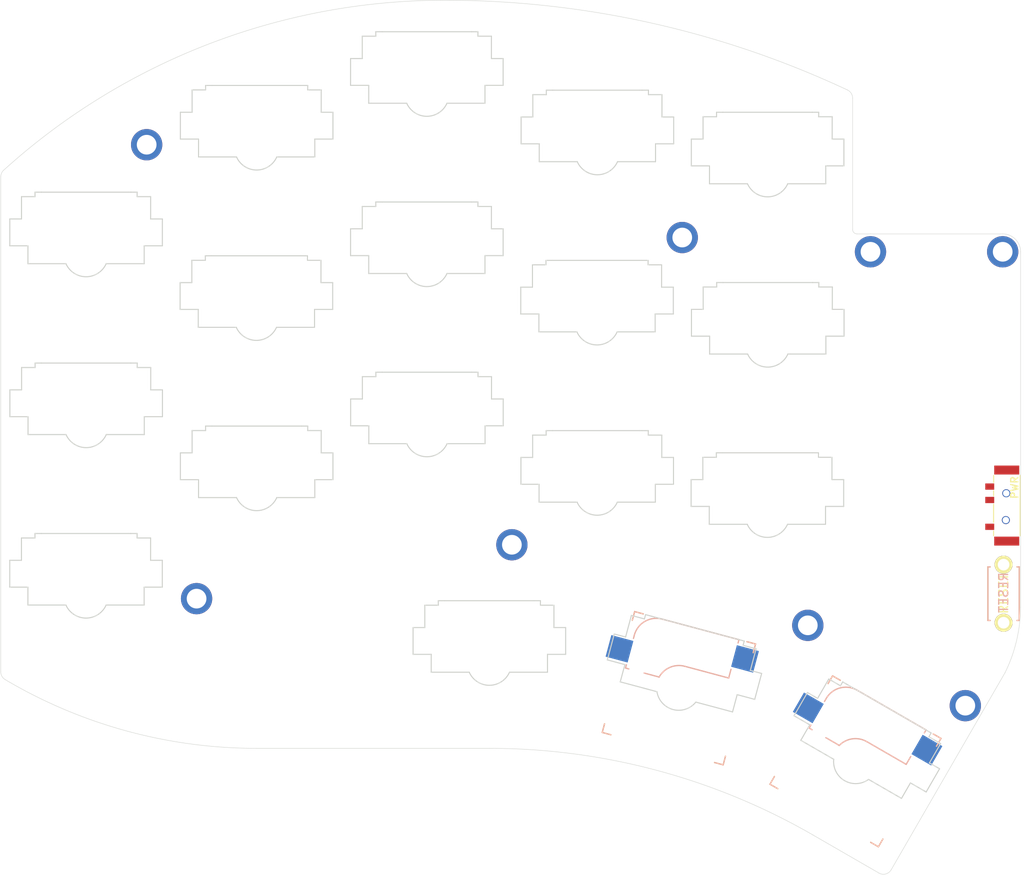
<source format=kicad_pcb>
(kicad_pcb (version 20211014) (generator pcbnew)
  (layers (0 "F.Cu" signal) (31 "B.Cu" signal) (34 "B.Paste" user) (35 "F.Paste" user) (36 "B.SilkS" user "B.Silkscreen") (37 "F.SilkS" user "F.Silkscreen") (38 "B.Mask" user) (39 "F.Mask" user) (44 "Edge.Cuts" user))
  (net 0 "")
  (footprint "swoop:M2_hole_3.5mm" (layer "F.Cu") (at 190.750067 77.480037)
    (fp_text reference "Ref**" hide)
    (fp_text value "Val**" hide)
    (pad "" thru_hole circle (at 0 0) (size 3.5 3.5) (drill 2.2) (layers F&B.Cu *.Mask))
  )
  (footprint "" (layer "F.Cu") (at 95.03 65.5)
    (fp_text reference "" (at 0 0) (layer "F.SilkS") (effects (font (size 1.27 1.27))))
    (fp_text value "" (at 0 0) (layer "F.SilkS") (effects (font (size 1.27 1.27))))
    (pad "" thru_hole circle (at 0 0) (size 3.5 3.5) (drill 2.2) (layers F&B.Cu *.Mask))
  )
  (footprint "swoop:MX_socket_reversible" (layer "F.Cu") (at 126.35 97.93)
    (fp_text reference "SW1" hide)
    (fp_text value "MX" hide)
    (fp_line (start -5.69 -6.48) (end -5.69 -6.98) (layer "Edge.Cuts") (width 0.12))
    (fp_line (start 7.24 -3.98) (end 8.55 -3.98) (layer "Edge.Cuts") (width 0.12))
    (fp_line (start -7.2 -3.98) (end -7.2 -6.48) (layer "Edge.Cuts") (width 0.12))
    (fp_line (start -6.48 1.02) (end -2.23 1.02) (layer "Edge.Cuts") (width 0.12))
    (fp_line (start 6.52 1.02) (end 6.52 -0.98) (layer "Edge.Cuts") (width 0.12))
    (fp_line (start 7.24 -6.48) (end 5.73 -6.48) (layer "Edge.Cuts") (width 0.12))
    (fp_line (start -5.69 -6.98) (end -4.98 -6.98) (layer "Edge.Cuts") (width 0.12))
    (fp_line (start -4.98 -6.98) (end 5.02 -6.98) (layer "Edge.Cuts") (width 0.12))
    (fp_line (start -8.51 -3.98) (end -8.51 -0.98) (layer "Edge.Cuts") (width 0.12))
    (fp_line (start 8.55 -3.98) (end 8.55 -0.98) (layer "Edge.Cuts") (width 0.12))
    (fp_line (start 7.24 -3.98) (end 7.24 -6.48) (layer "Edge.Cuts") (width 0.12))
    (fp_line (start 5.73 -6.98) (end 5.02 -6.98) (layer "Edge.Cuts") (width 0.12))
    (fp_line (start -8.51 -0.98) (end -6.48 -0.98) (layer "Edge.Cuts") (width 0.12))
    (fp_line (start -7.2 -3.98) (end -8.51 -3.98) (layer "Edge.Cuts") (width 0.12))
    (fp_line (start -7.2 -6.48) (end -5.69 -6.48) (layer "Edge.Cuts") (width 0.12))
    (fp_line (start 2.27 1.02) (end 6.52 1.02) (layer "Edge.Cuts") (width 0.12))
    (fp_line (start -6.48 -0.98) (end -6.48 1.02) (layer "Edge.Cuts") (width 0.12))
    (fp_line (start 8.55 -0.98) (end 6.52 -0.98) (layer "Edge.Cuts") (width 0.12))
    (fp_line (start 5.73 -6.48) (end 5.73 -6.98) (layer "Edge.Cuts") (width 0.12))
    (fp_arc (start 2.27 1.02) (mid 0.02 2.482214) (end -2.23 1.02) (layer "Edge.Cuts") (width 0.12))
  )
  (footprint "swoop:MX_socket_reversible" (layer "F.Cu") (at 88.23 115.98)
    (fp_text reference "SW1" hide)
    (fp_text value "MX" hide)
    (fp_line (start 5.73 -6.98) (end 5.02 -6.98) (layer "Edge.Cuts") (width 0.12))
    (fp_line (start 6.52 1.02) (end 6.52 -0.98) (layer "Edge.Cuts") (width 0.12))
    (fp_line (start -4.98 -6.98) (end 5.02 -6.98) (layer "Edge.Cuts") (width 0.12))
    (fp_line (start 8.55 -0.98) (end 6.52 -0.98) (layer "Edge.Cuts") (width 0.12))
    (fp_line (start -8.51 -0.98) (end -6.48 -0.98) (layer "Edge.Cuts") (width 0.12))
    (fp_line (start -5.69 -6.48) (end -5.69 -6.98) (layer "Edge.Cuts") (width 0.12))
    (fp_line (start -8.51 -3.98) (end -8.51 -0.98) (layer "Edge.Cuts") (width 0.12))
    (fp_line (start 7.24 -3.98) (end 8.55 -3.98) (layer "Edge.Cuts") (width 0.12))
    (fp_line (start 5.73 -6.48) (end 5.73 -6.98) (layer "Edge.Cuts") (width 0.12))
    (fp_line (start -7.2 -3.98) (end -8.51 -3.98) (layer "Edge.Cuts") (width 0.12))
    (fp_line (start 2.27 1.02) (end 6.52 1.02) (layer "Edge.Cuts") (width 0.12))
    (fp_line (start -6.48 1.02) (end -2.23 1.02) (layer "Edge.Cuts") (width 0.12))
    (fp_line (start -6.48 -0.98) (end -6.48 1.02) (layer "Edge.Cuts") (width 0.12))
    (fp_line (start 8.55 -3.98) (end 8.55 -0.98) (layer "Edge.Cuts") (width 0.12))
    (fp_line (start -5.69 -6.98) (end -4.98 -6.98) (layer "Edge.Cuts") (width 0.12))
    (fp_line (start -7.2 -3.98) (end -7.2 -6.48) (layer "Edge.Cuts") (width 0.12))
    (fp_line (start 7.24 -6.48) (end 5.73 -6.48) (layer "Edge.Cuts") (width 0.12))
    (fp_line (start -7.2 -6.48) (end -5.69 -6.48) (layer "Edge.Cuts") (width 0.12))
    (fp_line (start 7.24 -3.98) (end 7.24 -6.48) (layer "Edge.Cuts") (width 0.12))
    (fp_arc (start 2.27 1.02) (mid 0.02 2.482214) (end -2.23 1.02) (layer "Edge.Cuts") (width 0.12))
  )
  (footprint "" (layer "F.Cu") (at 154.919293 75.884959)
    (fp_text reference "" (at 0 0) (layer "F.SilkS") (effects (font (size 1.27 1.27))))
    (fp_text value "" (at 0 0) (layer "F.SilkS") (effects (font (size 1.27 1.27))))
    (pad "" thru_hole circle (at 0 0) (size 3.5 3.5) (drill 2.2) (layers F&B.Cu *.Mask))
  )
  (footprint "kbd:ResetSW" (layer "F.Cu") (at 190.849091 115.733213 90)
    (fp_text reference "RSW1" hide)
    (fp_text value "SW_PUSH" hide)
    (fp_text user "RESET" (at 0.127 0 90) (layer "B.SilkS") (effects (justify mirror)))
    (fp_text user "RESET" (at 0 0 90) (layer "F.SilkS"))
    (fp_line (start -3 -1.5) (end -3 -1.75) (layer "B.SilkS") (width 0.15))
    (fp_line (start 3 1.75) (end -3 1.75) (layer "B.SilkS") (width 0.15))
    (fp_line (start -3 -1.75) (end 3 -1.75) (layer "B.SilkS") (width 0.15))
    (fp_line (start 3 -1.75) (end 3 -1.5) (layer "B.SilkS") (width 0.15))
    (fp_line (start -3 1.75) (end -3 1.5) (layer "B.SilkS") (width 0.15))
    (fp_line (start 3 1.5) (end 3 1.75) (layer "B.SilkS") (width 0.15))
    (fp_line (start 3 1.75) (end 3 1.5) (layer "F.SilkS") (width 0.15))
    (fp_line (start 3 -1.75) (end 3 -1.5) (layer "F.SilkS") (width 0.15))
    (fp_line (start -3 1.75) (end 3 1.75) (layer "F.SilkS") (width 0.15))
    (fp_line (start -3 -1.75) (end -3 -1.5) (layer "F.SilkS") (width 0.15))
    (fp_line (start -3 1.75) (end -3 1.5) (layer "F.SilkS") (width 0.15))
    (fp_line (start -3 -1.75) (end 3 -1.75) (layer "F.SilkS") (width 0.15))
    (pad "1" thru_hole circle locked (at 3.25 0 90) (size 2 2) (drill 1.3) (layers F&B.Cu *.Mask "F.SilkS"))
    (pad "2" thru_hole circle locked (at -3.25 0 90) (size 2 2) (drill 1.3) (layers F&B.Cu *.Mask "F.SilkS"))
  )
  (footprint "swoop:MX_socket_reversible" (layer "F.Cu") (at 88.244293 96.91045)
    (fp_text reference "SW1" hide)
    (fp_text value "MX" hide)
    (fp_line (start 2.27 1.02) (end 6.52 1.02) (layer "Edge.Cuts") (width 0.12))
    (fp_line (start 7.24 -6.48) (end 5.73 -6.48) (layer "Edge.Cuts") (width 0.12))
    (fp_line (start -6.48 -0.98) (end -6.48 1.02) (layer "Edge.Cuts") (width 0.12))
    (fp_line (start 8.55 -0.98) (end 6.52 -0.98) (layer "Edge.Cuts") (width 0.12))
    (fp_line (start -8.51 -0.98) (end -6.48 -0.98) (layer "Edge.Cuts") (width 0.12))
    (fp_line (start -7.2 -3.98) (end -8.51 -3.98) (layer "Edge.Cuts") (width 0.12))
    (fp_line (start 8.55 -3.98) (end 8.55 -0.98) (layer "Edge.Cuts") (width 0.12))
    (fp_line (start 6.52 1.02) (end 6.52 -0.98) (layer "Edge.Cuts") (width 0.12))
    (fp_line (start 7.24 -3.98) (end 7.24 -6.48) (layer "Edge.Cuts") (width 0.12))
    (fp_line (start -6.48 1.02) (end -2.23 1.02) (layer "Edge.Cuts") (width 0.12))
    (fp_line (start -7.2 -6.48) (end -5.69 -6.48) (layer "Edge.Cuts") (width 0.12))
    (fp_line (start 5.73 -6.48) (end 5.73 -6.98) (layer "Edge.Cuts") (width 0.12))
    (fp_line (start -8.51 -3.98) (end -8.51 -0.98) (layer "Edge.Cuts") (width 0.12))
    (fp_line (start 5.73 -6.98) (end 5.02 -6.98) (layer "Edge.Cuts") (width 0.12))
    (fp_line (start -4.98 -6.98) (end 5.02 -6.98) (layer "Edge.Cuts") (width 0.12))
    (fp_line (start -5.69 -6.48) (end -5.69 -6.98) (layer "Edge.Cuts") (width 0.12))
    (fp_line (start 7.24 -3.98) (end 8.55 -3.98) (layer "Edge.Cuts") (width 0.12))
    (fp_line (start -7.2 -3.98) (end -7.2 -6.48) (layer "Edge.Cuts") (width 0.12))
    (fp_line (start -5.69 -6.98) (end -4.98 -6.98) (layer "Edge.Cuts") (width 0.12))
    (fp_arc (start 2.27 1.02) (mid 0.02 2.482214) (end -2.23 1.02) (layer "Edge.Cuts") (width 0.12))
  )
  (footprint "swoop:MX_socket_reversible" (layer "F.Cu") (at 174.294255 134.480345 -30)
    (fp_text reference "SW18" hide)
    (fp_text value "MX" hide)
    (fp_line (start -7 -6.99) (end -7 -5.99) (layer "B.SilkS") (width 0.15))
    (fp_line (start 7 7.01) (end 6 7.01) (layer "B.SilkS") (width 0.15))
    (fp_line (start 5.08 -2.53) (end 0 -2.53) (layer "B.SilkS") (width 0.15))
    (fp_line (start -7 6.01) (end -7 7.01) (layer "B.SilkS") (width 0.15))
    (fp_line (start 7 7.01) (end 7 6.01) (layer "B.SilkS") (width 0.15))
    (fp_line (start -7 -6.99) (end -6 -6.99) (layer "B.SilkS") (width 0.15))
    (fp_line (start 5.08 -3.546) (end 5.08 -2.53) (layer "B.SilkS") (width 0.15))
    (fp_line (start -3.81 -6.975) (end 5.08 -6.975) (layer "B.SilkS") (width 0.15))
    (fp_line (start 7 -5.99) (end 7 -6.99) (layer "B.SilkS") (width 0.15))
    (fp_line (start -2.464162 -0.625) (end -4.191 -0.625) (layer "B.SilkS") (width 0.15))
    (fp_line (start -6 7.01) (end -7 7.01) (layer "B.SilkS") (width 0.15))
    (fp_line (start -6.35 -1.006) (end -6.35 -0.625) (layer "B.SilkS") (width 0.15))
    (fp_line (start 5.08 -6.975) (end 5.08 -6.594) (layer "B.SilkS") (width 0.15))
    (fp_line (start -6.35 -4.435) (end -6.35 -4.054) (layer "B.SilkS") (width 0.15))
    (fp_line (start -5.969 -0.625) (end -6.35 -0.625) (layer "B.SilkS") (width 0.15))
    (fp_line (start 6 -6.99) (end 7 -6.99) (layer "B.SilkS") (width 0.15))
    (fp_arc (start -2.464162 -0.60604) (mid -1.563147 -1.992042) (end 0 -2.53) (layer "B.SilkS") (width 0.15))
    (fp_arc (start -6.35 -4.435) (mid -5.606051 -6.231051) (end -3.81 -6.975) (layer "B.SilkS") (width 0.15))
    (fp_line (start -7 7.01) (end -6 7.01) (layer "F.SilkS") (width 0.15))
    (fp_line (start 7 -6.99) (end 6 -6.99) (layer "F.SilkS") (width 0.15))
    (fp_line (start -7 -5.99) (end -7 -6.99) (layer "F.SilkS") (width 0.15))
    (fp_line (start 6 7.01) (end 7 7.01) (layer "F.SilkS") (width 0.15))
    (fp_line (start 7 -6.99) (end 7 -5.99) (layer "F.SilkS") (width 0.15))
    (fp_line (start 7 6.01) (end 7 7.01) (layer "F.SilkS") (width 0.15))
    (fp_line (start -6 -6.99) (end -7 -6.99) (layer "F.SilkS") (width 0.15))
    (fp_line (start -7 7.01) (end -7 6.01) (layer "F.SilkS") (width 0.15))
    (fp_line (start -8.5 -3.97) (end -8.5 -0.97) (layer "Edge.Cuts") (width 0.12))
    (fp_line (start -5.68 -6.47) (end -5.68 -6.97) (layer "Edge.Cuts") (width 0.12))
    (fp_line (start 7.25 -6.47) (end 5.74 -6.47) (layer "Edge.Cuts") (width 0.12))
    (fp_line (start -7.19 -3.97) (end -8.5 -3.97) (layer "Edge.Cuts") (width 0.12))
    (fp_line (start 8.56 -0.97) (end 6.53 -0.97) (layer "Edge.Cuts") (width 0.12))
    (fp_line (start -5.68 -6.97) (end -4.97 -6.97) (layer "Edge.Cuts") (width 0.12))
    (fp_line (start 7.25 -3.97) (end 7.25 -6.47) (layer "Edge.Cuts") (width 0.12))
    (fp_line (start 6.53 1.03) (end 6.53 -0.97) (layer "Edge.Cuts") (width 0.12))
    (fp_line (start -7.19 -3.97) (end -7.19 -6.47) (layer "Edge.Cuts") (width 0.12))
    (fp_line (start 5.74 -6.47) (end 5.74 -6.97) (layer "Edge.Cuts") (width 0.12))
    (fp_line (start 7.25 -3.97) (end 8.56 -3.97) (layer "Edge.Cuts") (width 0.12))
    (fp_line (start -6.47 -0.97) (end -6.47 1.03) (layer "Edge.Cuts") (width 0.12))
    (fp_line (start -4.97 -6.97) (end 5.03 -6.97) (layer "Edge.Cuts") (width 0.12))
    (fp_line (start 2.28 1.03) (end 6.53 1.03) (layer "Edge.Cuts") (width 0.12))
    (fp_line (start -8.5 -0.97) (end -6.47 -0.97) (layer "Edge.Cuts") (width 0.12))
    (fp_line (start -6.47 1.03) (end -2.22 1.03) (layer "Edge.Cuts") (width 0.12))
    (fp_line (start 5.74 -6.97) (end 5.03 -6.97) (layer "Edge.Cuts") (width 0.12))
    (fp_line (start 8.56 -3.97) (end 8.56 -0.97) (layer "Edge.Cuts") (width 0.12))
    (fp_line (start -7.19 -6.47) (end -5.68 -6.47) (layer "Edge.Cuts") (width 0.12))
    (fp_arc (start 2.28 1.03) (mid 0.03 2.492214) (end -2.22 1.03) (layer "Edge.Cuts") (width 0.12))
    (pad "1" smd rect (at 6.29 -5.07 330) (size 2.55 2.5) (layers "B.Cu" "B.Paste" "B.Mask"))
    (pad "2" smd rect (at -7.56 -2.53 330) (size 2.55 2.5) (layers "B.Cu" "B.Paste" "B.Mask"))
  )
  (footprint "swoop:M2_hole_3.5mm" (layer "F.Cu") (at 175.968742 77.480492)
    (fp_text reference "Ref**" hide)
    (fp_text value "Val**" hide)
    (pad "" thru_hole circle (at 0 0) (size 3.5 3.5) (drill 2.2) (layers F&B.Cu *.Mask))
  )
  (footprint "swoop:M2_hole_3.5mm" (layer "F.Cu") (at 186.572625 128.261782)
    (fp_text reference "Ref**" hide)
    (fp_text value "Val**" hide)
    (pad "" thru_hole circle (at 0 0) (size 3.5 3.5) (drill 2.2) (layers F&B.Cu *.Mask))
  )
  (footprint "TOTEMlib:MSK12C02" (layer "F.Cu") (at 192.501742 109.748577 180)
    (fp_text reference "PWR" (at 0.42 7.245 90) (layer "F.SilkS") (effects (font (size 0.8 0.8)) (justify right)))
    (fp_text value "SW_SPDT" hide)
    (fp_line (start 2.77 4.96) (end 2.77 5.54) (layer "F.SilkS") (width 0.12))
    (fp_line (start 2.76 6.46) (end 2.76 7.25) (layer "F.SilkS") (width 0.12))
    (fp_line (start 2.77 1.03) (end 2.77 0.5) (layer "F.SilkS") (width 0.12))
    (fp_line (start 2.77 1.99) (end 2.77 4.03) (layer "F.SilkS") (width 0.12))
    (fp_line (start -0.2 7.25) (end -0.2 0.5) (layer "F.SilkS") (width 0.12))
    (pad "" np_thru_hole circle locked (at 1.35 5.25 180) (size 0.9 0.9) (drill 0.7) (layers F&B.Cu *.Mask))
    (pad "" np_thru_hole circle locked (at 1.4 2.25 180) (size 0.9 0.9) (drill 0.7) (layers F&B.Cu *.Mask))
    (pad "1" smd rect locked (at 3.2 1.5 270) (size 0.7 1) (layers "F.Cu" "F.Paste" "F.Mask"))
    (pad "2" smd rect locked (at 3.2 4.5 270) (size 0.7 1) (layers "F.Cu" "F.Paste" "F.Mask"))
    (pad "3" smd rect locked (at 3.2 6 270) (size 0.7 1) (layers "F.Cu" "F.Paste" "F.Mask"))
    (pad "NC" smd rect locked (at 1.3 -0.1 180) (size 2.8 1) (layers "F.Cu" "F.Paste" "F.Mask"))
    (pad "NC" smd rect locked (at 1.3 7.85 180) (size 2.8 1) (layers "F.Cu" "F.Paste" "F.Mask"))
  )
  (footprint "" (layer "F.Cu") (at 135.868786 110.259897)
    (fp_text reference "" (at 0 0) (layer "F.SilkS") (effects (font (size 1.27 1.27))))
    (fp_text value "" (at 0 0) (layer "F.SilkS") (effects (font (size 1.27 1.27))))
    (pad "" thru_hole circle (at 0 0) (size 3.5 3.5) (drill 2.2) (layers F&B.Cu *.Mask))
  )
  (footprint "swoop:MX_socket_reversible" (layer "F.Cu") (at 107.31 103.96)
    (fp_text reference "SW1" hide)
    (fp_text value "MX" hide)
    (fp_line (start -4.98 -6.98) (end 5.02 -6.98) (layer "Edge.Cuts") (width 0.12))
    (fp_line (start -5.69 -6.48) (end -5.69 -6.98) (layer "Edge.Cuts") (width 0.12))
    (fp_line (start 5.73 -6.48) (end 5.73 -6.98) (layer "Edge.Cuts") (width 0.12))
    (fp_line (start -6.48 -0.98) (end -6.48 1.02) (layer "Edge.Cuts") (width 0.12))
    (fp_line (start -7.2 -6.48) (end -5.69 -6.48) (layer "Edge.Cuts") (width 0.12))
    (fp_line (start 5.73 -6.98) (end 5.02 -6.98) (layer "Edge.Cuts") (width 0.12))
    (fp_line (start -5.69 -6.98) (end -4.98 -6.98) (layer "Edge.Cuts") (width 0.12))
    (fp_line (start -7.2 -3.98) (end -7.2 -6.48) (layer "Edge.Cuts") (width 0.12))
    (fp_line (start -8.51 -0.98) (end -6.48 -0.98) (layer "Edge.Cuts") (width 0.12))
    (fp_line (start -8.51 -3.98) (end -8.51 -0.98) (layer "Edge.Cuts") (width 0.12))
    (fp_line (start 8.55 -0.98) (end 6.52 -0.98) (layer "Edge.Cuts") (width 0.12))
    (fp_line (start -6.48 1.02) (end -2.23 1.02) (layer "Edge.Cuts") (width 0.12))
    (fp_line (start 7.24 -6.48) (end 5.73 -6.48) (layer "Edge.Cuts") (width 0.12))
    (fp_line (start 8.55 -3.98) (end 8.55 -0.98) (layer "Edge.Cuts") (width 0.12))
    (fp_line (start 6.52 1.02) (end 6.52 -0.98) (layer "Edge.Cuts") (width 0.12))
    (fp_line (start 2.27 1.02) (end 6.52 1.02) (layer "Edge.Cuts") (width 0.12))
    (fp_line (start 7.24 -3.98) (end 8.55 -3.98) (layer "Edge.Cuts") (width 0.12))
    (fp_line (start -7.2 -3.98) (end -8.51 -3.98) (layer "Edge.Cuts") (width 0.12))
    (fp_line (start 7.24 -3.98) (end 7.24 -6.48) (layer "Edge.Cuts") (width 0.12))
    (fp_arc (start 2.27 1.02) (mid 0.02 2.482214) (end -2.23 1.02) (layer "Edge.Cuts") (width 0.12))
  )
  (footprint "swoop:MX_socket_reversible" (layer "F.Cu") (at 164.42 106.949955)
    (fp_text reference "SW1" hide)
    (fp_text value "MX" hide)
    (fp_line (start -8.51 -3.98) (end -8.51 -0.98) (layer "Edge.Cuts") (width 0.12))
    (fp_line (start 8.55 -0.98) (end 6.52 -0.98) (layer "Edge.Cuts") (width 0.12))
    (fp_line (start -8.51 -0.98) (end -6.48 -0.98) (layer "Edge.Cuts") (width 0.12))
    (fp_line (start -4.98 -6.98) (end 5.02 -6.98) (layer "Edge.Cuts") (width 0.12))
    (fp_line (start -6.48 -0.98) (end -6.48 1.02) (layer "Edge.Cuts") (width 0.12))
    (fp_line (start 5.73 -6.98) (end 5.02 -6.98) (layer "Edge.Cuts") (width 0.12))
    (fp_line (start 7.24 -6.48) (end 5.73 -6.48) (layer "Edge.Cuts") (width 0.12))
    (fp_line (start 8.55 -3.98) (end 8.55 -0.98) (layer "Edge.Cuts") (width 0.12))
    (fp_line (start 7.24 -3.98) (end 7.24 -6.48) (layer "Edge.Cuts") (width 0.12))
    (fp_line (start 2.27 1.02) (end 6.52 1.02) (layer "Edge.Cuts") (width 0.12))
    (fp_line (start 7.24 -3.98) (end 8.55 -3.98) (layer "Edge.Cuts") (width 0.12))
    (fp_line (start 5.73 -6.48) (end 5.73 -6.98) (layer "Edge.Cuts") (width 0.12))
    (fp_line (start -7.2 -6.48) (end -5.69 -6.48) (layer "Edge.Cuts") (width 0.12))
    (fp_line (start -6.48 1.02) (end -2.23 1.02) (layer "Edge.Cuts") (width 0.12))
    (fp_line (start 6.52 1.02) (end 6.52 -0.98) (layer "Edge.Cuts") (width 0.12))
    (fp_line (start -7.2 -3.98) (end -7.2 -6.48) (layer "Edge.Cuts") (width 0.12))
    (fp_line (start -5.69 -6.98) (end -4.98 -6.98) (layer "Edge.Cuts") (width 0.12))
    (fp_line (start -7.2 -3.98) (end -8.51 -3.98) (layer "Edge.Cuts") (width 0.12))
    (fp_line (start -5.69 -6.48) (end -5.69 -6.98) (layer "Edge.Cuts") (width 0.12))
    (fp_arc (start 2.27 1.02) (mid 0.02 2.482214) (end -2.23 1.02) (layer "Edge.Cuts") (width 0.12))
  )
  (footprint "" (layer "F.Cu") (at 100.611742 116.287577)
    (fp_text reference "" (at 0 0) (layer "F.SilkS") (effects (font (size 1.27 1.27))))
    (fp_text value "" (at 0 0) (layer "F.SilkS") (effects (font (size 1.27 1.27))))
    (pad "" thru_hole circle (at 0 0) (size 3.5 3.5) (drill 2.2) (layers F&B.Cu *.Mask))
  )
  (footprint "swoop:MX_socket_reversible" (layer "F.Cu") (at 164.444291 68.849954)
    (fp_text reference "SW1" hide)
    (fp_text value "MX" hide)
    (fp_line (start 7.24 -6.48) (end 5.73 -6.48) (layer "Edge.Cuts") (width 0.12))
    (fp_line (start -8.51 -0.98) (end -6.48 -0.98) (layer "Edge.Cuts") (width 0.12))
    (fp_line (start -7.2 -6.48) (end -5.69 -6.48) (layer "Edge.Cuts") (width 0.12))
    (fp_line (start 2.27 1.02) (end 6.52 1.02) (layer "Edge.Cuts") (width 0.12))
    (fp_line (start -4.98 -6.98) (end 5.02 -6.98) (layer "Edge.Cuts") (width 0.12))
    (fp_line (start -5.69 -6.48) (end -5.69 -6.98) (layer "Edge.Cuts") (width 0.12))
    (fp_line (start 7.24 -3.98) (end 7.24 -6.48) (layer "Edge.Cuts") (width 0.12))
    (fp_line (start -5.69 -6.98) (end -4.98 -6.98) (layer "Edge.Cuts") (width 0.12))
    (fp_line (start -7.2 -3.98) (end -8.51 -3.98) (layer "Edge.Cuts") (width 0.12))
    (fp_line (start -6.48 -0.98) (end -6.48 1.02) (layer "Edge.Cuts") (width 0.12))
    (fp_line (start 7.24 -3.98) (end 8.55 -3.98) (layer "Edge.Cuts") (width 0.12))
    (fp_line (start 5.73 -6.48) (end 5.73 -6.98) (layer "Edge.Cuts") (width 0.12))
    (fp_line (start -7.2 -3.98) (end -7.2 -6.48) (layer "Edge.Cuts") (width 0.12))
    (fp_line (start -8.51 -3.98) (end -8.51 -0.98) (layer "Edge.Cuts") (width 0.12))
    (fp_line (start -6.48 1.02) (end -2.23 1.02) (layer "Edge.Cuts") (width 0.12))
    (fp_line (start 6.52 1.02) (end 6.52 -0.98) (layer "Edge.Cuts") (width 0.12))
    (fp_line (start 8.55 -3.98) (end 8.55 -0.98) (layer "Edge.Cuts") (width 0.12))
    (fp_line (start 5.73 -6.98) (end 5.02 -6.98) (layer "Edge.Cuts") (width 0.12))
    (fp_line (start 8.55 -0.98) (end 6.52 -0.98) (layer "Edge.Cuts") (width 0.12))
    (fp_arc (start 2.27 1.02) (mid 0.02 2.482214) (end -2.23 1.02) (layer "Edge.Cuts") (width 0.12))
  )
  (footprint "swoop:MX_socket_reversible" (layer "F.Cu") (at 107.28 84.91)
    (fp_text reference "SW1" hide)
    (fp_text value "MX" hide)
    (fp_line (start -7.2 -6.48) (end -5.69 -6.48) (layer "Edge.Cuts") (width 0.12))
    (fp_line (start -6.48 1.02) (end -2.23 1.02) (layer "Edge.Cuts") (width 0.12))
    (fp_line (start -4.98 -6.98) (end 5.02 -6.98) (layer "Edge.Cuts") (width 0.12))
    (fp_line (start 7.24 -3.98) (end 7.24 -6.48) (layer "Edge.Cuts") (width 0.12))
    (fp_line (start 6.52 1.02) (end 6.52 -0.98) (layer "Edge.Cuts") (width 0.12))
    (fp_line (start -8.51 -0.98) (end -6.48 -0.98) (layer "Edge.Cuts") (width 0.12))
    (fp_line (start -5.69 -6.98) (end -4.98 -6.98) (layer "Edge.Cuts") (width 0.12))
    (fp_line (start 7.24 -3.98) (end 8.55 -3.98) (layer "Edge.Cuts") (width 0.12))
    (fp_line (start 2.27 1.02) (end 6.52 1.02) (layer "Edge.Cuts") (width 0.12))
    (fp_line (start 8.55 -3.98) (end 8.55 -0.98) (layer "Edge.Cuts") (width 0.12))
    (fp_line (start 7.24 -6.48) (end 5.73 -6.48) (layer "Edge.Cuts") (width 0.12))
    (fp_line (start -8.51 -3.98) (end -8.51 -0.98) (layer "Edge.Cuts") (width 0.12))
    (fp_line (start 5.73 -6.98) (end 5.02 -6.98) (layer "Edge.Cuts") (width 0.12))
    (fp_line (start -7.2 -3.98) (end -8.51 -3.98) (layer "Edge.Cuts") (width 0.12))
    (fp_line (start -6.48 -0.98) (end -6.48 1.02) (layer "Edge.Cuts") (width 0.12))
    (fp_line (start -5.69 -6.48) (end -5.69 -6.98) (layer "Edge.Cuts") (width 0.12))
    (fp_line (start 8.55 -0.98) (end 6.52 -0.98) (layer "Edge.Cuts") (width 0.12))
    (fp_line (start -7.2 -3.98) (end -7.2 -6.48) (layer "Edge.Cuts") (width 0.12))
    (fp_line (start 5.73 -6.48) (end 5.73 -6.98) (layer "Edge.Cuts") (width 0.12))
    (fp_arc (start 2.27 1.02) (mid 0.02 2.482214) (end -2.23 1.02) (layer "Edge.Cuts") (width 0.12))
  )
  (footprint "swoop:MX_socket_reversible" (layer "F.Cu") (at 145.39 104.47)
    (fp_text reference "SW1" hide)
    (fp_text value "MX" hide)
    (fp_line (start -6.48 -0.98) (end -6.48 1.02) (layer "Edge.Cuts") (width 0.12))
    (fp_line (start -8.51 -3.98) (end -8.51 -0.98) (layer "Edge.Cuts") (width 0.12))
    (fp_line (start 6.52 1.02) (end 6.52 -0.98) (layer "Edge.Cuts") (width 0.12))
    (fp_line (start -7.2 -3.98) (end -7.2 -6.48) (layer "Edge.Cuts") (width 0.12))
    (fp_line (start -6.48 1.02) (end -2.23 1.02) (layer "Edge.Cuts") (width 0.12))
    (fp_line (start -8.51 -0.98) (end -6.48 -0.98) (layer "Edge.Cuts") (width 0.12))
    (fp_line (start 7.24 -3.98) (end 7.24 -6.48) (layer "Edge.Cuts") (width 0.12))
    (fp_line (start -7.2 -6.48) (end -5.69 -6.48) (layer "Edge.Cuts") (width 0.12))
    (fp_line (start 8.55 -3.98) (end 8.55 -0.98) (layer "Edge.Cuts") (width 0.12))
    (fp_line (start 7.24 -6.48) (end 5.73 -6.48) (layer "Edge.Cuts") (width 0.12))
    (fp_line (start 5.73 -6.98) (end 5.02 -6.98) (layer "Edge.Cuts") (width 0.12))
    (fp_line (start -7.2 -3.98) (end -8.51 -3.98) (layer "Edge.Cuts") (width 0.12))
    (fp_line (start -5.69 -6.98) (end -4.98 -6.98) (layer "Edge.Cuts") (width 0.12))
    (fp_line (start -5.69 -6.48) (end -5.69 -6.98) (layer "Edge.Cuts") (width 0.12))
    (fp_line (start 5.73 -6.48) (end 5.73 -6.98) (layer "Edge.Cuts") (width 0.12))
    (fp_line (start -4.98 -6.98) (end 5.02 -6.98) (layer "Edge.Cuts") (width 0.12))
    (fp_line (start 2.27 1.02) (end 6.52 1.02) (layer "Edge.Cuts") (width 0.12))
    (fp_line (start 7.24 -3.98) (end 8.55 -3.98) (layer "Edge.Cuts") (width 0.12))
    (fp_line (start 8.55 -0.98) (end 6.52 -0.98) (layer "Edge.Cuts") (width 0.12))
    (fp_arc (start 2.27 1.02) (mid 0.02 2.482214) (end -2.23 1.02) (layer "Edge.Cuts") (width 0.12))
  )
  (footprint "swoop:MX_socket_reversible" (layer "F.Cu") (at 88.244284 77.860456)
    (fp_text reference "SW1" hide)
    (fp_text value "MX" hide)
    (fp_line (start 2.26 0.95) (end 6.51 0.95) (layer "Edge.Cuts") (width 0.12))
    (fp_line (start 6.51 0.95) (end 6.51 -1.05) (layer "Edge.Cuts") (width 0.12))
    (fp_line (start -7.21 -4.05) (end -8.52 -4.05) (layer "Edge.Cuts") (width 0.12))
    (fp_line (start -6.49 0.95) (end -2.24 0.95) (layer "Edge.Cuts") (width 0.12))
    (fp_line (start -5.7 -6.55) (end -5.7 -7.05) (layer "Edge.Cuts") (width 0.12))
    (fp_line (start 5.72 -7.05) (end 5.01 -7.05) (layer "Edge.Cuts") (width 0.12))
    (fp_line (start -7.21 -4.05) (end -7.21 -6.55) (layer "Edge.Cuts") (width 0.12))
    (fp_line (start 8.54 -4.05) (end 8.54 -1.05) (layer "Edge.Cuts") (width 0.12))
    (fp_line (start -8.52 -4.05) (end -8.52 -1.05) (layer "Edge.Cuts") (width 0.12))
    (fp_line (start -7.21 -6.55) (end -5.7 -6.55) (layer "Edge.Cuts") (width 0.12))
    (fp_line (start 7.23 -4.05) (end 8.54 -4.05) (layer "Edge.Cuts") (width 0.12))
    (fp_line (start -8.52 -1.05) (end -6.49 -1.05) (layer "Edge.Cuts") (width 0.12))
    (fp_line (start -5.7 -7.05) (end -4.99 -7.05) (layer "Edge.Cuts") (width 0.12))
    (fp_line (start 8.54 -1.05) (end 6.51 -1.05) (layer "Edge.Cuts") (width 0.12))
    (fp_line (start -4.99 -7.05) (end 5.01 -7.05) (layer "Edge.Cuts") (width 0.12))
    (fp_line (start 5.72 -6.55) (end 5.72 -7.05) (layer "Edge.Cuts") (width 0.12))
    (fp_line (start 7.23 -4.05) (end 7.23 -6.55) (layer "Edge.Cuts") (width 0.12))
    (fp_line (start 7.23 -6.55) (end 5.72 -6.55) (layer "Edge.Cuts") (width 0.12))
    (fp_line (start -6.49 -1.05) (end -6.49 0.95) (layer "Edge.Cuts") (width 0.12))
    (fp_arc (start 2.26 0.95) (mid 0.01 2.412214) (end -2.24 0.95) (layer "Edge.Cuts") (width 0.12))
  )
  (footprint "swoop:MX_socket_reversible" (layer "F.Cu") (at 126.34 59.84)
    (fp_text reference "SW1" hide)
    (fp_text value "MX" hide)
    (fp_line (start -5.69 -6.48) (end -5.69 -6.98) (layer "Edge.Cuts") (width 0.12))
    (fp_line (start 7.24 -3.98) (end 8.55 -3.98) (layer "Edge.Cuts") (width 0.12))
    (fp_line (start -7.2 -3.98) (end -7.2 -6.48) (layer "Edge.Cuts") (width 0.12))
    (fp_line (start -7.2 -3.98) (end -8.51 -3.98) (layer "Edge.Cuts") (width 0.12))
    (fp_line (start -8.51 -3.98) (end -8.51 -0.98) (layer "Edge.Cuts") (width 0.12))
    (fp_line (start -6.48 1.02) (end -2.23 1.02) (layer "Edge.Cuts") (width 0.12))
    (fp_line (start -6.48 -0.98) (end -6.48 1.02) (layer "Edge.Cuts") (width 0.12))
    (fp_line (start -4.98 -6.98) (end 5.02 -6.98) (layer "Edge.Cuts") (width 0.12))
    (fp_line (start -7.2 -6.48) (end -5.69 -6.48) (layer "Edge.Cuts") (width 0.12))
    (fp_line (start -8.51 -0.98) (end -6.48 -0.98) (layer "Edge.Cuts") (width 0.12))
    (fp_line (start 7.24 -6.48) (end 5.73 -6.48) (layer "Edge.Cuts") (width 0.12))
    (fp_line (start 8.55 -0.98) (end 6.52 -0.98) (layer "Edge.Cuts") (width 0.12))
    (fp_line (start 5.73 -6.48) (end 5.73 -6.98) (layer "Edge.Cuts") (width 0.12))
    (fp_line (start 6.52 1.02) (end 6.52 -0.98) (layer "Edge.Cuts") (width 0.12))
    (fp_line (start 2.27 1.02) (end 6.52 1.02) (layer "Edge.Cuts") (width 0.12))
    (fp_line (start 7.24 -3.98) (end 7.24 -6.48) (layer "Edge.Cuts") (width 0.12))
    (fp_line (start -5.69 -6.98) (end -4.98 -6.98) (layer "Edge.Cuts") (width 0.12))
    (fp_line (start 5.73 -6.98) (end 5.02 -6.98) (layer "Edge.Cuts") (width 0.12))
    (fp_line (start 8.55 -3.98) (end 8.55 -0.98) (layer "Edge.Cuts") (width 0.12))
    (fp_arc (start 2.27 1.02) (mid 0.02 2.482214) (end -2.23 1.02) (layer "Edge.Cuts") (width 0.12))
  )
  (footprint "swoop:MX_socket_reversible" (layer "F.Cu") (at 154.547332 126.300655 -15)
    (fp_text reference "SW17" hide)
    (fp_text value "MX" hide)
    (fp_line (start 7 7.01) (end 7 6.01) (layer "B.SilkS") (width 0.15))
    (fp_line (start -3.81 -6.975) (end 5.08 -6.975) (layer "B.SilkS") (width 0.15))
    (fp_line (start -7 -6.99) (end -6 -6.99) (layer "B.SilkS") (width 0.15))
    (fp_line (start -5.969 -0.625) (end -6.35 -0.625) (layer "B.SilkS") (width 0.15))
    (fp_line (start -7 -6.99) (end -7 -5.99) (layer "B.SilkS") (width 0.15))
    (fp_line (start 5.08 -2.53) (end 0 -2.53) (layer "B.SilkS") (width 0.15))
    (fp_line (start -6.35 -1.006) (end -6.35 -0.625) (layer "B.SilkS") (width 0.15))
    (fp_line (start 5.08 -3.546) (end 5.08 -2.53) (layer "B.SilkS") (width 0.15))
    (fp_line (start 5.08 -6.975) (end 5.08 -6.594) (layer "B.SilkS") (width 0.15))
    (fp_line (start -7 6.01) (end -7 7.01) (layer "B.SilkS") (width 0.15))
    (fp_line (start 6 -6.99) (end 7 -6.99) (layer "B.SilkS") (width 0.15))
    (fp_line (start 7 -5.99) (end 7 -6.99) (layer "B.SilkS") (width 0.15))
    (fp_line (start -2.464162 -0.625) (end -4.191 -0.625) (layer "B.SilkS") (width 0.15))
    (fp_line (start -6 7.01) (end -7 7.01) (layer "B.SilkS") (width 0.15))
    (fp_line (start -6.35 -4.435) (end -6.35 -4.054) (layer "B.SilkS") (width 0.15))
    (fp_line (start 7 7.01) (end 6 7.01) (layer "B.SilkS") (width 0.15))
    (fp_arc (start -2.464162 -0.60604) (mid -1.563147 -1.992042) (end 0 -2.53) (layer "B.SilkS") (width 0.15))
    (fp_arc (start -6.35 -4.435) (mid -5.606051 -6.231051) (end -3.81 -6.975) (layer "B.SilkS") (width 0.15))
    (fp_line (start 7 -6.99) (end 7 -5.99) (layer "F.SilkS") (width 0.15))
    (fp_line (start -7 7.01) (end -6 7.01) (layer "F.SilkS") (width 0.15))
    (fp_line (start -6 -6.99) (end -7 -6.99) (layer "F.SilkS") (width 0.15))
    (fp_line (start 7 -6.99) (end 6 -6.99) (layer "F.SilkS") (width 0.15))
    (fp_line (start -7 -5.99) (end -7 -6.99) (layer "F.SilkS") (width 0.15))
    (fp_line (start 6 7.01) (end 7 7.01) (layer "F.SilkS") (width 0.15))
    (fp_line (start 7 6.01) (end 7 7.01) (layer "F.SilkS") (width 0.15))
    (fp_line (start -7 7.01) (end -7 6.01) (layer "F.SilkS") (width 0.15))
    (fp_line (start -8.55 -3.98) (end -8.55 -0.98) (layer "Edge.Cuts") (width 0.12))
    (fp_line (start -5.73 -6.48) (end -5.73 -6.98) (layer "Edge.Cuts") (width 0.12))
    (fp_line (start 5.69 -6.48) (end 5.69 -6.98) (layer "Edge.Cuts") (width 0.12))
    (fp_line (start -8.55 -0.98) (end -6.52 -0.98) (layer "Edge.Cuts") (width 0.12))
    (fp_line (start -6.52 1.02) (end -2.27 1.02) (layer "Edge.Cuts") (width 0.12))
    (fp_line (start 2.23 1.02) (end 6.48 1.02) (layer "Edge.Cuts") (width 0.12))
    (fp_line (start 7.2 -3.98) (end 8.51 -3.98) (layer "Edge.Cuts") (width 0.12))
    (fp_line (start 5.69 -6.98) (end 4.98 -6.98) (layer "Edge.Cuts") (width 0.12))
    (fp_line (start 8.51 -0.98) (end 6.48 -0.98) (layer "Edge.Cuts") (width 0.12))
    (fp_line (start 7.2 -6.48) (end 5.69 -6.48) (layer "Edge.Cuts") (width 0.12))
    (fp_line (start -7.24 -6.48) (end -5.73 -6.48) (layer "Edge.Cuts") (width 0.12))
    (fp_line (start -5.73 -6.98) (end -5.02 -6.98) (layer "Edge.Cuts") (width 0.12))
    (fp_line (start -7.24 -3.98) (end -7.24 -6.48) (layer "Edge.Cuts") (width 0.12))
    (fp_line (start -5.02 -6.98) (end 4.98 -6.98) (layer "Edge.Cuts") (width 0.12))
    (fp_line (start 7.2 -3.98) (end 7.2 -6.48) (layer "Edge.Cuts") (width 0.12))
    (fp_line (start -7.24 -3.98) (end -8.55 -3.98) (layer "Edge.Cuts") (width 0.12))
    (fp_line (start 6.48 1.02) (end 6.48 -0.98) (layer "Edge.Cuts") (width 0.12))
    (fp_line (start 8.51 -3.98) (end 8.51 -0.98) (layer "Edge.Cuts") (width 0.12))
    (fp_line (start -6.52 -0.98) (end -6.52 1.02) (layer "Edge.Cuts") (width 0.12))
    (fp_arc (start 2.23 1.02) (mid -0.02 2.482214) (end -2.27 1.02) (layer "Edge.Cuts") (width 0.12))
    (pad "1" smd rect (at 6.29 -5.07 345) (size 2.55 2.5) (layers "B.Cu" "B.Paste" "B.Mask"))
    (pad "2" smd rect (at -7.56 -2.53 345) (size 2.55 2.5) (layers "B.Cu" "B.Paste" "B.Mask"))
  )
  (footprint "swoop:MX_socket_reversible" (layer "F.Cu") (at 133.33 123.5)
    (fp_text reference "SW1" hide)
    (fp_text value "MX" hide)
    (fp_line (start -5.69 -6.98) (end -4.98 -6.98) (layer "Edge.Cuts") (width 0.12))
    (fp_line (start 7.24 -3.98) (end 8.55 -3.98) (layer "Edge.Cuts") (width 0.12))
    (fp_line (start 8.55 -3.98) (end 8.55 -0.98) (layer "Edge.Cuts") (width 0.12))
    (fp_line (start -7.2 -6.48) (end -5.69 -6.48) (layer "Edge.Cuts") (width 0.12))
    (fp_line (start 5.73 -6.98) (end 5.02 -6.98) (layer "Edge.Cuts") (width 0.12))
    (fp_line (start -8.51 -0.98) (end -6.48 -0.98) (layer "Edge.Cuts") (width 0.12))
    (fp_line (start 6.52 1.02) (end 6.52 -0.98) (layer "Edge.Cuts") (width 0.12))
    (fp_line (start -4.98 -6.98) (end 5.02 -6.98) (layer "Edge.Cuts") (width 0.12))
    (fp_line (start -7.2 -3.98) (end -7.2 -6.48) (layer "Edge.Cuts") (width 0.12))
    (fp_line (start 2.27 1.02) (end 6.52 1.02) (layer "Edge.Cuts") (width 0.12))
    (fp_line (start -6.48 1.02) (end -2.23 1.02) (layer "Edge.Cuts") (width 0.12))
    (fp_line (start 7.24 -6.48) (end 5.73 -6.48) (layer "Edge.Cuts") (width 0.12))
    (fp_line (start 8.55 -0.98) (end 6.52 -0.98) (layer "Edge.Cuts") (width 0.12))
    (fp_line (start 5.73 -6.48) (end 5.73 -6.98) (layer "Edge.Cuts") (width 0.12))
    (fp_line (start 7.24 -3.98) (end 7.24 -6.48) (layer "Edge.Cuts") (width 0.12))
    (fp_line (start -7.2 -3.98) (end -8.51 -3.98) (layer "Edge.Cuts") (width 0.12))
    (fp_line (start -6.48 -0.98) (end -6.48 1.02) (layer "Edge.Cuts") (width 0.12))
    (fp_line (start -8.51 -3.98) (end -8.51 -0.98) (layer "Edge.Cuts") (width 0.12))
    (fp_line (start -5.69 -6.48) (end -5.69 -6.98) (layer "Edge.Cuts") (width 0.12))
    (fp_arc (start 2.27 1.02) (mid 0.02 2.482214) (end -2.23 1.02) (layer "Edge.Cuts") (width 0.12))
  )
  (footprint "swoop:MX_socket_reversible" (layer "F.Cu") (at 164.46 87.9)
    (fp_text reference "SW1" hide)
    (fp_text value "MX" hide)
    (fp_line (start -7.2 -6.48) (end -5.69 -6.48) (layer "Edge.Cuts") (width 0.12))
    (fp_line (start 8.55 -0.98) (end 6.52 -0.98) (layer "Edge.Cuts") (width 0.12))
    (fp_line (start 2.27 1.02) (end 6.52 1.02) (layer "Edge.Cuts") (width 0.12))
    (fp_line (start 5.73 -6.98) (end 5.02 -6.98) (layer "Edge.Cuts") (width 0.12))
    (fp_line (start 7.24 -3.98) (end 8.55 -3.98) (layer "Edge.Cuts") (width 0.12))
    (fp_line (start -6.48 -0.98) (end -6.48 1.02) (layer "Edge.Cuts") (width 0.12))
    (fp_line (start 7.24 -3.98) (end 7.24 -6.48) (layer "Edge.Cuts") (width 0.12))
    (fp_line (start 6.52 1.02) (end 6.52 -0.98) (layer "Edge.Cuts") (width 0.12))
    (fp_line (start 7.24 -6.48) (end 5.73 -6.48) (layer "Edge.Cuts") (width 0.12))
    (fp_line (start 8.55 -3.98) (end 8.55 -0.98) (layer "Edge.Cuts") (width 0.12))
    (fp_line (start -8.51 -3.98) (end -8.51 -0.98) (layer "Edge.Cuts") (width 0.12))
    (fp_line (start 5.73 -6.48) (end 5.73 -6.98) (layer "Edge.Cuts") (width 0.12))
    (fp_line (start -4.98 -6.98) (end 5.02 -6.98) (layer "Edge.Cuts") (width 0.12))
    (fp_line (start -7.2 -3.98) (end -8.51 -3.98) (layer "Edge.Cuts") (width 0.12))
    (fp_line (start -6.48 1.02) (end -2.23 1.02) (layer "Edge.Cuts") (width 0.12))
    (fp_line (start -8.51 -0.98) (end -6.48 -0.98) (layer "Edge.Cuts") (width 0.12))
    (fp_line (start -5.69 -6.48) (end -5.69 -6.98) (layer "Edge.Cuts") (width 0.12))
    (fp_line (start -7.2 -3.98) (end -7.2 -6.48) (layer "Edge.Cuts") (width 0.12))
    (fp_line (start -5.69 -6.98) (end -4.98 -6.98) (layer "Edge.Cuts") (width 0.12))
    (fp_arc (start 2.27 1.02) (mid 0.02 2.482214) (end -2.23 1.02) (layer "Edge.Cuts") (width 0.12))
  )
  (footprint "swoop:MX_socket_reversible" (layer "F.Cu") (at 145.37 85.42)
    (fp_text reference "SW1" hide)
    (fp_text value "MX" hide)
    (fp_line (start -6.48 -0.98) (end -6.48 1.02) (layer "Edge.Cuts") (width 0.12))
    (fp_line (start 5.73 -6.48) (end 5.73 -6.98) (layer "Edge.Cuts") (width 0.12))
    (fp_line (start -4.98 -6.98) (end 5.02 -6.98) (layer "Edge.Cuts") (width 0.12))
    (fp_line (start -8.51 -3.98) (end -8.51 -0.98) (layer "Edge.Cuts") (width 0.12))
    (fp_line (start -5.69 -6.48) (end -5.69 -6.98) (layer "Edge.Cuts") (width 0.12))
    (fp_line (start 8.55 -0.98) (end 6.52 -0.98) (layer "Edge.Cuts") (width 0.12))
    (fp_line (start 5.73 -6.98) (end 5.02 -6.98) (layer "Edge.Cuts") (width 0.12))
    (fp_line (start -8.51 -0.98) (end -6.48 -0.98) (layer "Edge.Cuts") (width 0.12))
    (fp_line (start -7.2 -3.98) (end -8.51 -3.98) (layer "Edge.Cuts") (width 0.12))
    (fp_line (start -7.2 -6.48) (end -5.69 -6.48) (layer "Edge.Cuts") (width 0.12))
    (fp_line (start -6.48 1.02) (end -2.23 1.02) (layer "Edge.Cuts") (width 0.12))
    (fp_line (start -7.2 -3.98) (end -7.2 -6.48) (layer "Edge.Cuts") (width 0.12))
    (fp_line (start 7.24 -3.98) (end 7.24 -6.48) (layer "Edge.Cuts") (width 0.12))
    (fp_line (start -5.69 -6.98) (end -4.98 -6.98) (layer "Edge.Cuts") (width 0.12))
    (fp_line (start 8.55 -3.98) (end 8.55 -0.98) (layer "Edge.Cuts") (width 0.12))
    (fp_line (start 6.52 1.02) (end 6.52 -0.98) (layer "Edge.Cuts") (width 0.12))
    (fp_line (start 7.24 -3.98) (end 8.55 -3.98) (layer "Edge.Cuts") (width 0.12))
    (fp_line (start 2.27 1.02) (end 6.52 1.02) (layer "Edge.Cuts") (width 0.12))
    (fp_line (start 7.24 -6.48) (end 5.73 -6.48) (layer "Edge.Cuts") (width 0.12))
    (fp_arc (start 2.27 1.02) (mid 0.02 2.482214) (end -2.23 1.02) (layer "Edge.Cuts") (width 0.12))
  )
  (footprint "swoop:MX_socket_reversible" (layer "F.Cu") (at 126.34 78.89)
    (fp_text reference "SW1" hide)
    (fp_text value "MX" hide)
    (fp_line (start -7.2 -6.48) (end -5.69 -6.48) (layer "Edge.Cuts") (width 0.12))
    (fp_line (start -6.48 1.02) (end -2.23 1.02) (layer "Edge.Cuts") (width 0.12))
    (fp_line (start -8.51 -0.98) (end -6.48 -0.98) (layer "Edge.Cuts") (width 0.12))
    (fp_line (start 7.24 -3.98) (end 7.24 -6.48) (layer "Edge.Cuts") (width 0.12))
    (fp_line (start 6.52 1.02) (end 6.52 -0.98) (layer "Edge.Cuts") (width 0.12))
    (fp_line (start -5.69 -6.48) (end -5.69 -6.98) (layer "Edge.Cuts") (width 0.12))
    (fp_line (start 7.24 -6.48) (end 5.73 -6.48) (layer "Edge.Cuts") (width 0.12))
    (fp_line (start 2.27 1.02) (end 6.52 1.02) (layer "Edge.Cuts") (width 0.12))
    (fp_line (start 7.24 -3.98) (end 8.55 -3.98) (layer "Edge.Cuts") (width 0.12))
    (fp_line (start 5.73 -6.48) (end 5.73 -6.98) (layer "Edge.Cuts") (width 0.12))
    (fp_line (start 8.55 -0.98) (end 6.52 -0.98) (layer "Edge.Cuts") (width 0.12))
    (fp_line (start -8.51 -3.98) (end -8.51 -0.98) (layer "Edge.Cuts") (width 0.12))
    (fp_line (start -7.2 -3.98) (end -8.51 -3.98) (layer "Edge.Cuts") (width 0.12))
    (fp_line (start -4.98 -6.98) (end 5.02 -6.98) (layer "Edge.Cuts") (width 0.12))
    (fp_line (start -5.69 -6.98) (end -4.98 -6.98) (layer "Edge.Cuts") (width 0.12))
    (fp_line (start 5.73 -6.98) (end 5.02 -6.98) (layer "Edge.Cuts") (width 0.12))
    (fp_line (start 8.55 -3.98) (end 8.55 -0.98) (layer "Edge.Cuts") (width 0.12))
    (fp_line (start -6.48 -0.98) (end -6.48 1.02) (layer "Edge.Cuts") (width 0.12))
    (fp_line (start -7.2 -3.98) (end -7.2 -6.48) (layer "Edge.Cuts") (width 0.12))
    (fp_arc (start 2.27 1.02) (mid 0.02 2.482214) (end -2.23 1.02) (layer "Edge.Cuts") (width 0.12))
  )
  (footprint "swoop:MX_socket_reversible" (layer "F.Cu") (at 145.41 66.38)
    (fp_text reference "SW1" hide)
    (fp_text value "MX" hide)
    (fp_line (start 6.52 1.02) (end 6.52 -0.98) (layer "Edge.Cuts") (width 0.12))
    (fp_line (start -8.51 -3.98) (end -8.51 -0.98) (layer "Edge.Cuts") (width 0.12))
    (fp_line (start 8.55 -0.98) (end 6.52 -0.98) (layer "Edge.Cuts") (width 0.12))
    (fp_line (start 5.73 -6.48) (end 5.73 -6.98) (layer "Edge.Cuts") (width 0.12))
    (fp_line (start 7.24 -6.48) (end 5.73 -6.48) (layer "Edge.Cuts") (width 0.12))
    (fp_line (start 5.73 -6.98) (end 5.02 -6.98) (layer "Edge.Cuts") (width 0.12))
    (fp_line (start -7.2 -6.48) (end -5.69 -6.48) (layer "Edge.Cuts") (width 0.12))
    (fp_line (start -6.48 1.02) (end -2.23 1.02) (layer "Edge.Cuts") (width 0.12))
    (fp_line (start 7.24 -3.98) (end 8.55 -3.98) (layer "Edge.Cuts") (width 0.12))
    (fp_line (start 2.27 1.02) (end 6.52 1.02) (layer "Edge.Cuts") (width 0.12))
    (fp_line (start -6.48 -0.98) (end -6.48 1.02) (layer "Edge.Cuts") (width 0.12))
    (fp_line (start -4.98 -6.98) (end 5.02 -6.98) (layer "Edge.Cuts") (width 0.12))
    (fp_line (start -7.2 -3.98) (end -7.2 -6.48) (layer "Edge.Cuts") (width 0.12))
    (fp_line (start -5.69 -6.98) (end -4.98 -6.98) (layer "Edge.Cuts") (width 0.12))
    (fp_line (start -8.51 -0.98) (end -6.48 -0.98) (layer "Edge.Cuts") (width 0.12))
    (fp_line (start 8.55 -3.98) (end 8.55 -0.98) (layer "Edge.Cuts") (width 0.12))
    (fp_line (start -5.69 -6.48) (end -5.69 -6.98) (layer "Edge.Cuts") (width 0.12))
    (fp_line (start 7.24 -3.98) (end 7.24 -6.48) (layer "Edge.Cuts") (width 0.12))
    (fp_line (start -7.2 -3.98) (end -8.51 -3.98) (layer "Edge.Cuts") (width 0.12))
    (fp_arc (start 2.27 1.02) (mid 0.02 2.482214) (end -2.23 1.02) (layer "Edge.Cuts") (width 0.12))
  )
  (footprint "swoop:MX_socket_reversible" (layer "F.Cu") (at 107.31 65.85)
    (fp_text reference "SW1" hide)
    (fp_text value "MX" hide)
    (fp_line (start 8.55 -0.98) (end 6.52 -0.98) (layer "Edge.Cuts") (width 0.12))
    (fp_line (start 5.73 -6.48) (end 5.73 -6.98) (layer "Edge.Cuts") (width 0.12))
    (fp_line (start -6.48 -0.98) (end -6.48 1.02) (layer "Edge.Cuts") (width 0.12))
    (fp_line (start 2.27 1.02) (end 6.52 1.02) (layer "Edge.Cuts") (width 0.12))
    (fp_line (start 7.24 -3.98) (end 8.55 -3.98) (layer "Edge.Cuts") (width 0.12))
    (fp_line (start -4.98 -6.98) (end 5.02 -6.98) (layer "Edge.Cuts") (width 0.12))
    (fp_line (start -5.69 -6.48) (end -5.69 -6.98) (layer "Edge.Cuts") (width 0.12))
    (fp_line (start -7.2 -6.48) (end -5.69 -6.48) (layer "Edge.Cuts") (width 0.12))
    (fp_line (start -5.69 -6.98) (end -4.98 -6.98) (layer "Edge.Cuts") (width 0.12))
    (fp_line (start 7.24 -3.98) (end 7.24 -6.48) (layer "Edge.Cuts") (width 0.12))
    (fp_line (start -7.2 -3.98) (end -7.2 -6.48) (layer "Edge.Cuts") (width 0.12))
    (fp_line (start -6.48 1.02) (end -2.23 1.02) (layer "Edge.Cuts") (width 0.12))
    (fp_line (start 6.52 1.02) (end 6.52 -0.98) (layer "Edge.Cuts") (width 0.12))
    (fp_line (start 5.73 -6.98) (end 5.02 -6.98) (layer "Edge.Cuts") (width 0.12))
    (fp_line (start -8.51 -0.98) (end -6.48 -0.98) (layer "Edge.Cuts") (width 0.12))
    (fp_line (start -8.51 -3.98) (end -8.51 -0.98) (layer "Edge.Cuts") (width 0.12))
    (fp_line (start 8.55 -3.98) (end 8.55 -0.98) (layer "Edge.Cuts") (width 0.12))
    (fp_line (start -7.2 -3.98) (end -8.51 -3.98) (layer "Edge.Cuts") (width 0.12))
    (fp_line (start 7.24 -6.48) (end 5.73 -6.48) (layer "Edge.Cuts") (width 0.12))
    (fp_arc (start 2.27 1.02) (mid 0.02 2.482214) (end -2.23 1.02) (layer "Edge.Cuts") (width 0.12))
  )
  (footprint "" (layer "F.Cu") (at 168.957332 119.274338)
    (fp_text reference "" (at 0 0) (layer "F.SilkS") (effects (font (size 1.27 1.27))))
    (fp_text value "" (at 0 0) (layer "F.SilkS") (effects (font (size 1.27 1.27))))
    (pad "" thru_hole circle (at 0 0) (size 3.5 3.5) (drill 2.2) (layers F&B.Cu *.Mask))
  )
  (gr_line (start 175.968688 75.480314) (end 190.750014 75.479863) (layer "Edge.Cuts") (width 0.05))
  (gr_arc (start 190.750013 75.479864) (mid 192.164261 76.065709) (end 192.75 77.48) (layer "Edge.Cuts") (width 0.05))
  (gr_line (start 192.75 77.48) (end 192.749685 117.264766) (layer "Edge.Cuts") (width 0.05))
  (gr_line (start 133.356478 133.03561) (end 107.294597 133.035951) (layer "Edge.Cuts") (width 0.05))
  (gr_arc (start 79.043489 68.34905) (mid 101.923888 54.252895) (end 128.34403 49.334532) (layer "Edge.Cuts") (width 0.05))
  (gr_line (start 174.468749 75.480489) (end 175.968688 75.480314) (layer "Edge.Cuts") (width 0.05))
  (gr_arc (start 107.294597 133.035951) (mid 92.725798 131.075832) (end 79.193084 125.334961) (layer "Edge.Cuts") (width 0.05))
  (gr_line (start 176.914706 146.990748) (end 169.532019 142.728347) (layer "Edge.Cuts") (width 0.05))
  (gr_arc (start 192.749685 117.264766) (mid 192.292605 121.026119) (end 191.002993 124.588926) (layer "Edge.Cuts") (width 0.05))
  (gr_arc (start 128.34403 49.334532) (mid 151.421852 51.876178) (end 173.393487 59.37905) (layer "Edge.Cuts") (width 0.05))
  (gr_arc (start 174.468749 75.480489) (mid 174.115218 75.334018) (end 173.968745 74.980488) (layer "Edge.Cuts") (width 0.05))
  (gr_line (start 78.719689 69.085706) (end 78.719683 124.485605) (layer "Edge.Cuts") (width 0.05))
  (gr_arc (start 178.280737 146.624714) (mid 177.673543 147.090696) (end 176.914706 146.990748) (layer "Edge.Cuts") (width 0.05))
  (gr_arc (start 173.393487 59.37905) (mid 173.812794 59.74819) (end 173.968745 60.284625) (layer "Edge.Cuts") (width 0.05))
  (gr_arc (start 133.356478 133.03561) (mid 152.082254 135.500793) (end 169.532019 142.728347) (layer "Edge.Cuts") (width 0.05))
  (gr_line (start 173.968745 74.980488) (end 173.968745 60.284625) (layer "Edge.Cuts") (width 0.05))
  (gr_arc (start 79.193084 125.334961) (mid 78.84605 124.971779) (end 78.719683 124.485605) (layer "Edge.Cuts") (width 0.05))
  (gr_line (start 178.280737 146.624714) (end 191.002993 124.588926) (layer "Edge.Cuts") (width 0.05))
  (gr_arc (start 78.719689 69.085706) (mid 78.804223 68.683371) (end 79.043489 68.34905) (layer "Edge.Cuts") (width 0.05))
)
</source>
